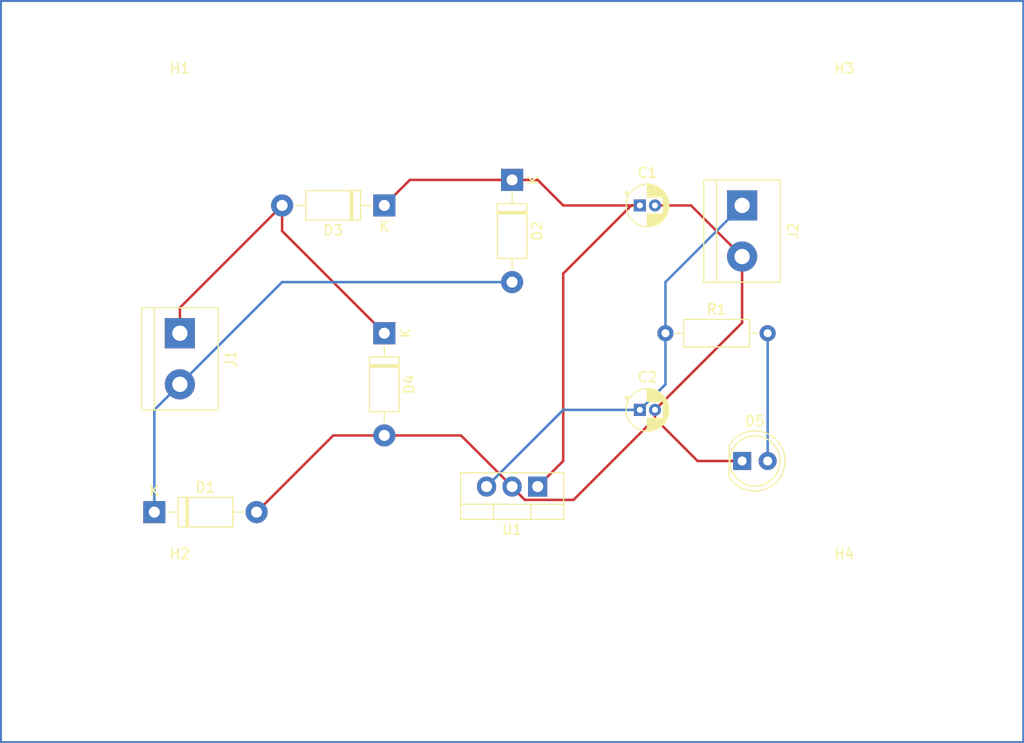
<source format=kicad_pcb>
(kicad_pcb (version 20221018) (generator pcbnew)
  (layers (0 "F.Cu" signal) (31 "B.Cu" signal) (34 "B.Paste" user) (35 "F.Paste" user) (36 "B.SilkS" user "B.Silkscreen") (37 "F.SilkS" user "F.Silkscreen") (38 "B.Mask" user) (39 "F.Mask" user) (44 "Edge.Cuts" user))
  (net 0 "")
  (net 1 "/VI")
  (net 2 "GND")
  (net 3 "/VO")
  (net 4 "Net-(D1-K)")
  (net 5 "Net-(D3-A)")
  (net 6 "Net-(D5-A)")
  (footprint "Diode_THT:D_DO-41_SOD81_P10.16mm_Horizontal" (layer "F.Cu") (at 129.54 83.82 -90)
    (fp_text reference "D4" (at 5.08 -2.47 90) (layer "F.SilkS"))
    (fp_text value "D")
    (fp_text user "K" (at 0 -2.1 90) (layer "F.SilkS"))
    (fp_line (start 1.34 0) (end 2.36 0) (stroke (width 0.12)) (layer "F.SilkS"))
    (fp_line (start 2.36 -1.47) (end 2.36 1.47) (stroke (width 0.12)) (layer "F.SilkS"))
    (fp_line (start 2.36 1.47) (end 7.8 1.47) (stroke (width 0.12)) (layer "F.SilkS"))
    (fp_line (start 3.14 -1.47) (end 3.14 1.47) (stroke (width 0.12)) (layer "F.SilkS"))
    (fp_line (start 3.26 -1.47) (end 3.26 1.47) (stroke (width 0.12)) (layer "F.SilkS"))
    (fp_line (start 3.38 -1.47) (end 3.38 1.47) (stroke (width 0.12)) (layer "F.SilkS"))
    (fp_line (start 7.8 -1.47) (end 2.36 -1.47) (stroke (width 0.12)) (layer "F.SilkS"))
    (fp_line (start 7.8 1.47) (end 7.8 -1.47) (stroke (width 0.12)) (layer "F.SilkS"))
    (fp_line (start 8.82 0) (end 7.8 0) (stroke (width 0.12)) (layer "F.SilkS"))
    (pad "1" thru_hole rect (at 0 0 270) (size 2.2 2.2) (drill 1.1) (layers "*.Cu" "*.Mask") (net 5 "Net-(D3-A)"))
    (pad "2" thru_hole oval (at 10.16 0 270) (size 2.2 2.2) (drill 1.1) (layers "*.Cu" "*.Mask") (net 2 "GND"))
  )
  (footprint "Capacitor_THT:CP_Radial_D4.0mm_P1.50mm" (layer "F.Cu") (at 154.94 71.12)
    (fp_text reference "C1" (at 0.75 -3.25) (layer "F.SilkS"))
    (fp_text value "470uF")
    (fp_line (start -1.519801 -1.195) (end -1.119801 -1.195) (stroke (width 0.12)) (layer "F.SilkS"))
    (fp_line (start -1.319801 -1.395) (end -1.319801 -0.995) (stroke (width 0.12)) (layer "F.SilkS"))
    (fp_line (start 0.75 -2.08) (end 0.75 -0.84) (stroke (width 0.12)) (layer "F.SilkS"))
    (fp_line (start 0.75 0.84) (end 0.75 2.08) (stroke (width 0.12)) (layer "F.SilkS"))
    (fp_line (start 0.79 -2.08) (end 0.79 -0.84) (stroke (width 0.12)) (layer "F.SilkS"))
    (fp_line (start 0.79 0.84) (end 0.79 2.08) (stroke (width 0.12)) (layer "F.SilkS"))
    (fp_line (start 0.83 -2.079) (end 0.83 -0.84) (stroke (width 0.12)) (layer "F.SilkS"))
    (fp_line (start 0.83 0.84) (end 0.83 2.079) (stroke (width 0.12)) (layer "F.SilkS"))
    (fp_line (start 0.87 -2.077) (end 0.87 -0.84) (stroke (width 0.12)) (layer "F.SilkS"))
    (fp_line (start 0.87 0.84) (end 0.87 2.077) (stroke (width 0.12)) (layer "F.SilkS"))
    (fp_line (start 0.91 -2.074) (end 0.91 -0.84) (stroke (width 0.12)) (layer "F.SilkS"))
    (fp_line (start 0.91 0.84) (end 0.91 2.074) (stroke (width 0.12)) (layer "F.SilkS"))
    (fp_line (start 0.95 -2.071) (end 0.95 -0.84) (stroke (width 0.12)) (layer "F.SilkS"))
    (fp_line (start 0.95 0.84) (end 0.95 2.071) (stroke (width 0.12)) (layer "F.SilkS"))
    (fp_line (start 0.99 -2.067) (end 0.99 -0.84) (stroke (width 0.12)) (layer "F.SilkS"))
    (fp_line (start 0.99 0.84) (end 0.99 2.067) (stroke (width 0.12)) (layer "F.SilkS"))
    (fp_line (start 1.03 -2.062) (end 1.03 -0.84) (stroke (width 0.12)) (layer "F.SilkS"))
    (fp_line (start 1.03 0.84) (end 1.03 2.062) (stroke (width 0.12)) (layer "F.SilkS"))
    (fp_line (start 1.07 -2.056) (end 1.07 -0.84) (stroke (width 0.12)) (layer "F.SilkS"))
    (fp_line (start 1.07 0.84) (end 1.07 2.056) (stroke (width 0.12)) (layer "F.SilkS"))
    (fp_line (start 1.11 -2.05) (end 1.11 -0.84) (stroke (width 0.12)) (layer "F.SilkS"))
    (fp_line (start 1.11 0.84) (end 1.11 2.05) (stroke (width 0.12)) (layer "F.SilkS"))
    (fp_line (start 1.15 -2.042) (end 1.15 -0.84) (stroke (width 0.12)) (layer "F.SilkS"))
    (fp_line (start 1.15 0.84) (end 1.15 2.042) (stroke (width 0.12)) (layer "F.SilkS"))
    (fp_line (start 1.19 -2.034) (end 1.19 -0.84) (stroke (width 0.12)) (layer "F.SilkS"))
    (fp_line (start 1.19 0.84) (end 1.19 2.034) (stroke (width 0.12)) (layer "F.SilkS"))
    (fp_line (start 1.23 -2.025) (end 1.23 -0.84) (stroke (width 0.12)) (layer "F.SilkS"))
    (fp_line (start 1.23 0.84) (end 1.23 2.025) (stroke (width 0.12)) (layer "F.SilkS"))
    (fp_line (start 1.27 -2.016) (end 1.27 -0.84) (stroke (width 0.12)) (layer "F.SilkS"))
    (fp_line (start 1.27 0.84) (end 1.27 2.016) (stroke (width 0.12)) (layer "F.SilkS"))
    (fp_line (start 1.31 -2.005) (end 1.31 -0.84) (stroke (width 0.12)) (layer "F.SilkS"))
    (fp_line (start 1.31 0.84) (end 1.31 2.005) (stroke (width 0.12)) (layer "F.SilkS"))
    (fp_line (start 1.35 -1.994) (end 1.35 -0.84) (stroke (width 0.12)) (layer "F.SilkS"))
    (fp_line (start 1.35 0.84) (end 1.35 1.994) (stroke (width 0.12)) (layer "F.SilkS"))
    (fp_line (start 1.39 -1.982) (end 1.39 -0.84) (stroke (width 0.12)) (layer "F.SilkS"))
    (fp_line (start 1.39 0.84) (end 1.39 1.982) (stroke (width 0.12)) (layer "F.SilkS"))
    (fp_line (start 1.43 -1.968) (end 1.43 -0.84) (stroke (width 0.12)) (layer "F.SilkS"))
    (fp_line (start 1.43 0.84) (end 1.43 1.968) (stroke (width 0.12)) (layer "F.SilkS"))
    (fp_line (start 1.471 -1.954) (end 1.471 -0.84) (stroke (width 0.12)) (layer "F.SilkS"))
    (fp_line (start 1.471 0.84) (end 1.471 1.954) (stroke (width 0.12)) (layer "F.SilkS"))
    (fp_line (start 1.511 -1.94) (end 1.511 -0.84) (stroke (width 0.12)) (layer "F.SilkS"))
    (fp_line (start 1.511 0.84) (end 1.511 1.94) (stroke (width 0.12)) (layer "F.SilkS"))
    (fp_line (start 1.551 -1.924) (end 1.551 -0.84) (stroke (width 0.12)) (layer "F.SilkS"))
    (fp_line (start 1.551 0.84) (end 1.551 1.924) (stroke (width 0.12)) (layer "F.SilkS"))
    (fp_line (start 1.591 -1.907) (end 1.591 -0.84) (stroke (width 0.12)) (layer "F.SilkS"))
    (fp_line (start 1.591 0.84) (end 1.591 1.907) (stroke (width 0.12)) (layer "F.SilkS"))
    (fp_line (start 1.631 -1.889) (end 1.631 -0.84) (stroke (width 0.12)) (layer "F.SilkS"))
    (fp_line (start 1.631 0.84) (end 1.631 1.889) (stroke (width 0.12)) (layer "F.SilkS"))
    (fp_line (start 1.671 -1.87) (end 1.671 -0.84) (stroke (width 0.12)) (layer "F.SilkS"))
    (fp_line (start 1.671 0.84) (end 1.671 1.87) (stroke (width 0.12)) (layer "F.SilkS"))
    (fp_line (start 1.711 -1.851) (end 1.711 -0.84) (stroke (width 0.12)) (layer "F.SilkS"))
    (fp_line (start 1.711 0.84) (end 1.711 1.851) (stroke (width 0.12)) (layer "F.SilkS"))
    (fp_line (start 1.751 -1.83) (end 1.751 -0.84) (stroke (width 0.12)) (layer "F.SilkS"))
    (fp_line (start 1.751 0.84) (end 1.751 1.83) (stroke (width 0.12)) (layer "F.SilkS"))
    (fp_line (start 1.791 -1.808) (end 1.791 -0.84) (stroke (width 0.12)) (layer "F.SilkS"))
    (fp_line (start 1.791 0.84) (end 1.791 1.808) (stroke (width 0.12)) (layer "F.SilkS"))
    (fp_line (start 1.831 -1.785) (end 1.831 -0.84) (stroke (width 0.12)) (layer "F.SilkS"))
    (fp_line (start 1.831 0.84) (end 1.831 1.785) (stroke (width 0.12)) (layer "F.SilkS"))
    (fp_line (start 1.871 -1.76) (end 1.871 -0.84) (stroke (width 0.12)) (layer "F.SilkS"))
    (fp_line (start 1.871 0.84) (end 1.871 1.76) (stroke (width 0.12)) (layer "F.SilkS"))
    (fp_line (start 1.911 -1.735) (end 1.911 -0.84) (stroke (width 0.12)) (layer "F.SilkS"))
    (fp_line (start 1.911 0.84) (end 1.911 1.735) (stroke (width 0.12)) (layer "F.SilkS"))
    (fp_line (start 1.951 -1.708) (end 1.951 -0.84) (stroke (width 0.12)) (layer "F.SilkS"))
    (fp_line (start 1.951 0.84) (end 1.951 1.708) (stroke (width 0.12)) (layer "F.SilkS"))
    (fp_line (start 1.991 -1.68) (end 1.991 -0.84) (stroke (width 0.12)) (layer "F.SilkS"))
    (fp_line (start 1.991 0.84) (end 1.991 1.68) (stroke (width 0.12)) (layer "F.SilkS"))
    (fp_line (start 2.031 -1.65) (end 2.031 -0.84) (stroke (width 0.12)) (layer "F.SilkS"))
    (fp_line (start 2.031 0.84) (end 2.031 1.65) (stroke (width 0.12)) (layer "F.SilkS"))
    (fp_line (start 2.071 -1.619) (end 2.071 -0.84) (stroke (width 0.12)) (layer "F.SilkS"))
    (fp_line (start 2.071 0.84) (end 2.071 1.619) (stroke (width 0.12)) (layer "F.SilkS"))
    (fp_line (start 2.111 -1.587) (end 2.111 -0.84) (stroke (width 0.12)) (layer "F.SilkS"))
    (fp_line (start 2.111 0.84) (end 2.111 1.587) (stroke (width 0.12)) (layer "F.SilkS"))
    (fp_line (start 2.151 -1.552) (end 2.151 -0.84) (stroke (width 0.12)) (layer "F.SilkS"))
    (fp_line (start 2.151 0.84) (end 2.151 1.552) (stroke (width 0.12)) (layer "F.SilkS"))
    (fp_line (start 2.191 -1.516) (end 2.191 -0.84) (stroke (width 0.12)) (layer "F.SilkS"))
    (fp_line (start 2.191 0.84) (end 2.191 1.516) (stroke (width 0.12)) (layer "F.SilkS"))
    (fp_line (start 2.231 -1.478) (end 2.231 -0.84) (stroke (width 0.12)) (layer "F.SilkS"))
    (fp_line (start 2.231 0.84) (end 2.231 1.478) (stroke (width 0.12)) (layer "F.SilkS"))
    (fp_line (start 2.271 -1.438) (end 2.271 -0.84) (stroke (width 0.12)) (layer "F.SilkS"))
    (fp_line (start 2.271 0.84) (end 2.271 1.438) (stroke (width 0.12)) (layer "F.SilkS"))
    (fp_line (start 2.311 -1.396) (end 2.311 -0.84) (stroke (width 0.12)) (layer "F.SilkS"))
    (fp_line (start 2.311 0.84) (end 2.311 1.396) (stroke (width 0.12)) (layer "F.SilkS"))
    (fp_line (start 2.351 -1.351) (end 2.351 1.351) (stroke (width 0.12)) (layer "F.SilkS"))
    (fp_line (start 2.391 -1.304) (end 2.391 1.304) (stroke (width 0.12)) (layer "F.SilkS"))
    (fp_line (start 2.431 -1.254) (end 2.431 1.254) (stroke (width 0.12)) (layer "F.SilkS"))
    (fp_line (start 2.471 -1.2) (end 2.471 1.2) (stroke (width 0.12)) (layer "F.SilkS"))
    (fp_line (start 2.511 -1.142) (end 2.511 1.142) (stroke (width 0.12)) (layer "F.SilkS"))
    (fp_line (start 2.551 -1.08) (end 2.551 1.08) (stroke (width 0.12)) (layer "F.SilkS"))
    (fp_line (start 2.591 -1.013) (end 2.591 1.013) (stroke (width 0.12)) (layer "F.SilkS"))
    (fp_line (start 2.631 -0.94) (end 2.631 0.94) (stroke (width 0.12)) (layer "F.SilkS"))
    (fp_line (start 2.671 -0.859) (end 2.671 0.859) (stroke (width 0.12)) (layer "F.SilkS"))
    (fp_line (start 2.711 -0.768) (end 2.711 0.768) (stroke (width 0.12)) (layer "F.SilkS"))
    (fp_line (start 2.751 -0.664) (end 2.751 0.664) (stroke (width 0.12)) (layer "F.SilkS"))
    (fp_line (start 2.791 -0.537) (end 2.791 0.537) (stroke (width 0.12)) (layer "F.SilkS"))
    (fp_line (start 2.831 -0.37) (end 2.831 0.37) (stroke (width 0.12)) (layer "F.SilkS"))
    (fp_circle (center 0.75 0) (end 2.87 0) (stroke (width 0.12)) (fill none) (layer "F.SilkS"))
    (pad "1" thru_hole rect (at 0 0) (size 1.2 1.2) (drill 0.6) (layers "*.Cu" "*.Mask") (net 1 "/VI"))
    (pad "2" thru_hole circle (at 1.5 0) (size 1.2 1.2) (drill 0.6) (layers "*.Cu" "*.Mask") (net 2 "GND"))
  )
  (footprint "Diode_THT:D_DO-41_SOD81_P10.16mm_Horizontal" (layer "F.Cu") (at 129.54 71.12 180)
    (fp_text reference "D3" (at 5.08 -2.47) (layer "F.SilkS"))
    (fp_text value "D")
    (fp_text user "K" (at 0 -2.1) (layer "F.SilkS"))
    (fp_line (start 1.34 0) (end 2.36 0) (stroke (width 0.12)) (layer "F.SilkS"))
    (fp_line (start 2.36 -1.47) (end 2.36 1.47) (stroke (width 0.12)) (layer "F.SilkS"))
    (fp_line (start 2.36 1.47) (end 7.8 1.47) (stroke (width 0.12)) (layer "F.SilkS"))
    (fp_line (start 3.14 -1.47) (end 3.14 1.47) (stroke (width 0.12)) (layer "F.SilkS"))
    (fp_line (start 3.26 -1.47) (end 3.26 1.47) (stroke (width 0.12)) (layer "F.SilkS"))
    (fp_line (start 3.38 -1.47) (end 3.38 1.47) (stroke (width 0.12)) (layer "F.SilkS"))
    (fp_line (start 7.8 -1.47) (end 2.36 -1.47) (stroke (width 0.12)) (layer "F.SilkS"))
    (fp_line (start 7.8 1.47) (end 7.8 -1.47) (stroke (width 0.12)) (layer "F.SilkS"))
    (fp_line (start 8.82 0) (end 7.8 0) (stroke (width 0.12)) (layer "F.SilkS"))
    (pad "1" thru_hole rect (at 0 0 180) (size 2.2 2.2) (drill 1.1) (layers "*.Cu" "*.Mask") (net 1 "/VI"))
    (pad "2" thru_hole oval (at 10.16 0 180) (size 2.2 2.2) (drill 1.1) (layers "*.Cu" "*.Mask") (net 5 "Net-(D3-A)"))
  )
  (footprint "Diode_THT:D_DO-41_SOD81_P10.16mm_Horizontal" (layer "F.Cu") (at 142.24 68.58 -90)
    (fp_text reference "D2" (at 5.08 -2.47 90) (layer "F.SilkS"))
    (fp_text value "D")
    (fp_text user "K" (at 0 -2.1 90) (layer "F.SilkS"))
    (fp_line (start 1.34 0) (end 2.36 0) (stroke (width 0.12)) (layer "F.SilkS"))
    (fp_line (start 2.36 -1.47) (end 2.36 1.47) (stroke (width 0.12)) (layer "F.SilkS"))
    (fp_line (start 2.36 1.47) (end 7.8 1.47) (stroke (width 0.12)) (layer "F.SilkS"))
    (fp_line (start 3.14 -1.47) (end 3.14 1.47) (stroke (width 0.12)) (layer "F.SilkS"))
    (fp_line (start 3.26 -1.47) (end 3.26 1.47) (stroke (width 0.12)) (layer "F.SilkS"))
    (fp_line (start 3.38 -1.47) (end 3.38 1.47) (stroke (width 0.12)) (layer "F.SilkS"))
    (fp_line (start 7.8 -1.47) (end 2.36 -1.47) (stroke (width 0.12)) (layer "F.SilkS"))
    (fp_line (start 7.8 1.47) (end 7.8 -1.47) (stroke (width 0.12)) (layer "F.SilkS"))
    (fp_line (start 8.82 0) (end 7.8 0) (stroke (width 0.12)) (layer "F.SilkS"))
    (pad "1" thru_hole rect (at 0 0 270) (size 2.2 2.2) (drill 1.1) (layers "*.Cu" "*.Mask") (net 1 "/VI"))
    (pad "2" thru_hole oval (at 10.16 0 270) (size 2.2 2.2) (drill 1.1) (layers "*.Cu" "*.Mask") (net 4 "Net-(D1-K)"))
  )
  (footprint "Package_TO_SOT_THT:TO-220-3_Vertical" (layer "F.Cu") (at 144.78 99.06 180)
    (fp_text reference "U1" (at 2.54 -4.27) (layer "F.SilkS"))
    (fp_text value "LM7805_TO220")
    (fp_line (start -2.58 -3.27) (end -2.58 1.371) (stroke (width 0.12)) (layer "F.SilkS"))
    (fp_line (start -2.58 -3.27) (end 7.66 -3.27) (stroke (width 0.12)) (layer "F.SilkS"))
    (fp_line (start -2.58 -1.76) (end 7.66 -1.76) (stroke (width 0.12)) (layer "F.SilkS"))
    (fp_line (start -2.58 1.371) (end 7.66 1.371) (stroke (width 0.12)) (layer "F.SilkS"))
    (fp_line (start 0.69 -3.27) (end 0.69 -1.76) (stroke (width 0.12)) (layer "F.SilkS"))
    (fp_line (start 4.391 -3.27) (end 4.391 -1.76) (stroke (width 0.12)) (layer "F.SilkS"))
    (fp_line (start 7.66 -3.27) (end 7.66 1.371) (stroke (width 0.12)) (layer "F.SilkS"))
    (pad "1" thru_hole rect (at 0 0 180) (size 1.905 2) (drill 1.1) (layers "*.Cu" "*.Mask") (net 1 "/VI"))
    (pad "2" thru_hole oval (at 2.54 0 180) (size 1.905 2) (drill 1.1) (layers "*.Cu" "*.Mask") (net 2 "GND"))
    (pad "3" thru_hole oval (at 5.08 0 180) (size 1.905 2) (drill 1.1) (layers "*.Cu" "*.Mask") (net 3 "/VO"))
  )
  (footprint "TerminalBlock:TerminalBlock_bornier-2_P5.08mm" (layer "F.Cu") (at 109.22 83.82 -90)
    (fp_text reference "J1" (at 2.54 -5.08 90) (layer "F.SilkS"))
    (fp_text value "Screw_Terminal_01x02")
    (fp_line (start -2.54 -3.81) (end -2.54 3.81) (stroke (width 0.12)) (layer "F.SilkS"))
    (fp_line (start -2.54 3.81) (end 7.62 3.81) (stroke (width 0.12)) (layer "F.SilkS"))
    (fp_line (start 7.62 -3.81) (end -2.54 -3.81) (stroke (width 0.12)) (layer "F.SilkS"))
    (fp_line (start 7.62 2.54) (end -2.54 2.54) (stroke (width 0.12)) (layer "F.SilkS"))
    (fp_line (start 7.62 3.81) (end 7.62 -3.81) (stroke (width 0.12)) (layer "F.SilkS"))
    (pad "1" thru_hole rect (at 0 0 270) (size 3 3) (drill 1.52) (layers "*.Cu" "*.Mask") (net 5 "Net-(D3-A)"))
    (pad "2" thru_hole circle (at 5.08 0 270) (size 3 3) (drill 1.52) (layers "*.Cu" "*.Mask") (net 4 "Net-(D1-K)"))
  )
  (footprint "Capacitor_THT:CP_Radial_D4.0mm_P1.50mm" (layer "F.Cu") (at 154.94 91.44)
    (fp_text reference "C2" (at 0.75 -3.25) (layer "F.SilkS"))
    (fp_text value "100uF")
    (fp_line (start -1.519801 -1.195) (end -1.119801 -1.195) (stroke (width 0.12)) (layer "F.SilkS"))
    (fp_line (start -1.319801 -1.395) (end -1.319801 -0.995) (stroke (width 0.12)) (layer "F.SilkS"))
    (fp_line (start 0.75 -2.08) (end 0.75 -0.84) (stroke (width 0.12)) (layer "F.SilkS"))
    (fp_line (start 0.75 0.84) (end 0.75 2.08) (stroke (width 0.12)) (layer "F.SilkS"))
    (fp_line (start 0.79 -2.08) (end 0.79 -0.84) (stroke (width 0.12)) (layer "F.SilkS"))
    (fp_line (start 0.79 0.84) (end 0.79 2.08) (stroke (width 0.12)) (layer "F.SilkS"))
    (fp_line (start 0.83 -2.079) (end 0.83 -0.84) (stroke (width 0.12)) (layer "F.SilkS"))
    (fp_line (start 0.83 0.84) (end 0.83 2.079) (stroke (width 0.12)) (layer "F.SilkS"))
    (fp_line (start 0.87 -2.077) (end 0.87 -0.84) (stroke (width 0.12)) (layer "F.SilkS"))
    (fp_line (start 0.87 0.84) (end 0.87 2.077) (stroke (width 0.12)) (layer "F.SilkS"))
    (fp_line (start 0.91 -2.074) (end 0.91 -0.84) (stroke (width 0.12)) (layer "F.SilkS"))
    (fp_line (start 0.91 0.84) (end 0.91 2.074) (stroke (width 0.12)) (layer "F.SilkS"))
    (fp_line (start 0.95 -2.071) (end 0.95 -0.84) (stroke (width 0.12)) (layer "F.SilkS"))
    (fp_line (start 0.95 0.84) (end 0.95 2.071) (stroke (width 0.12)) (layer "F.SilkS"))
    (fp_line (start 0.99 -2.067) (end 0.99 -0.84) (stroke (width 0.12)) (layer "F.SilkS"))
    (fp_line (start 0.99 0.84) (end 0.99 2.067) (stroke (width 0.12)) (layer "F.SilkS"))
    (fp_line (start 1.03 -2.062) (end 1.03 -0.84) (stroke (width 0.12)) (layer "F.SilkS"))
    (fp_line (start 1.03 0.84) (end 1.03 2.062) (stroke (width 0.12)) (layer "F.SilkS"))
    (fp_line (start 1.07 -2.056) (end 1.07 -0.84) (stroke (width 0.12)) (layer "F.SilkS"))
    (fp_line (start 1.07 0.84) (end 1.07 2.056) (stroke (width 0.12)) (layer "F.SilkS"))
    (fp_line (start 1.11 -2.05) (end 1.11 -0.84) (stroke (width 0.12)) (layer "F.SilkS"))
    (fp_line (start 1.11 0.84) (end 1.11 2.05) (stroke (width 0.12)) (layer "F.SilkS"))
    (fp_line (start 1.15 -2.042) (end 1.15 -0.84) (stroke (width 0.12)) (layer "F.SilkS"))
    (fp_line (start 1.15 0.84) (end 1.15 2.042) (stroke (width 0.12)) (layer "F.SilkS"))
    (fp_line (start 1.19 -2.034) (end 1.19 -0.84) (stroke (width 0.12)) (layer "F.SilkS"))
    (fp_line (start 1.19 0.84) (end 1.19 2.034) (stroke (width 0.12)) (layer "F.SilkS"))
    (fp_line (start 1.23 -2.025) (end 1.23 -0.84) (stroke (width 0.12)) (layer "F.SilkS"))
    (fp_line (start 1.23 0.84) (end 1.23 2.025) (stroke (width 0.12)) (layer "F.SilkS"))
    (fp_line (start 1.27 -2.016) (end 1.27 -0.84) (stroke (width 0.12)) (layer "F.SilkS"))
    (fp_line (start 1.27 0.84) (end 1.27 2.016) (stroke (width 0.12)) (layer "F.SilkS"))
    (fp_line (start 1.31 -2.005) (end 1.31 -0.84) (stroke (width 0.12)) (layer "F.SilkS"))
    (fp_line (start 1.31 0.84) (end 1.31 2.005) (stroke (width 0.12)) (layer "F.SilkS"))
    (fp_line (start 1.35 -1.994) (end 1.35 -0.84) (stroke (width 0.12)) (layer "F.SilkS"))
    (fp_line (start 1.35 0.84) (end 1.35 1.994) (stroke (width 0.12)) (layer "F.SilkS"))
    (fp_line (start 1.39 -1.982) (end 1.39 -0.84) (stroke (width 0.12)) (layer "F.SilkS"))
    (fp_line (start 1.39 0.84) (end 1.39 1.982) (stroke (width 0.12)) (layer "F.SilkS"))
    (fp_line (start 1.43 -1.968) (end 1.43 -0.84) (stroke (width 0.12)) (layer "F.SilkS"))
    (fp_line (start 1.43 0.84) (end 1.43 1.968) (stroke (width 0.12)) (layer "F.SilkS"))
    (fp_line (start 1.471 -1.954) (end 1.471 -0.84) (stroke (width 0.12)) (layer "F.SilkS"))
    (fp_line (start 1.471 0.84) (end 1.471 1.954) (stroke (width 0.12)) (layer "F.SilkS"))
    (fp_line (start 1.511 -1.94) (end 1.511 -0.84) (stroke (width 0.12)) (layer "F.SilkS"))
    (fp_line (start 1.511 0.84) (end 1.511 1.94) (stroke (width 0.12)) (layer "F.SilkS"))
    (fp_line (start 1.551 -1.924) (end 1.551 -0.84) (stroke (width 0.12)) (layer "F.SilkS"))
    (fp_line (start 1.551 0.84) (end 1.551 1.924) (stroke (width 0.12)) (layer "F.SilkS"))
    (fp_line (start 1.591 -1.907) (end 1.591 -0.84) (stroke (width 0.12)) (layer "F.SilkS"))
    (fp_line (start 1.591 0.84) (end 1.591 1.907) (stroke (width 0.12)) (layer "F.SilkS"))
    (fp_line (start 1.631 -1.889) (end 1.631 -0.84) (stroke (width 0.12)) (layer "F.SilkS"))
    (fp_line (start 1.631 0.84) (end 1.631 1.889) (stroke (width 0.12)) (layer "F.SilkS"))
    (fp_line (start 1.671 -1.87) (end 1.671 -0.84) (stroke (width 0.12)) (layer "F.SilkS"))
    (fp_line (start 1.671 0.84) (end 1.671 1.87) (stroke (width 0.12)) (layer "F.SilkS"))
    (fp_line (start 1.711 -1.851) (end 1.711 -0.84) (stroke (width 0.12)) (layer "F.SilkS"))
    (fp_line (start 1.711 0.84) (end 1.711 1.851) (stroke (width 0.12)) (layer "F.SilkS"))
    (fp_line (start 1.751 -1.83) (end 1.751 -0.84) (stroke (width 0.12)) (layer "F.SilkS"))
    (fp_line (start 1.751 0.84) (end 1.751 1.83) (stroke (width 0.12)) (layer "F.SilkS"))
    (fp_line (start 1.791 -1.808) (end 1.791 -0.84) (stroke (width 0.12)) (layer "F.SilkS"))
    (fp_line (start 1.791 0.84) (end 1.791 1.808) (stroke (width 0.12)) (layer "F.SilkS"))
    (fp_line (start 1.831 -1.785) (end 1.831 -0.84) (stroke (width 0.12)) (layer "F.SilkS"))
    (fp_line (start 1.831 0.84) (end 1.831 1.785) (stroke (width 0.12)) (layer "F.SilkS"))
    (fp_line (start 1.871 -1.76) (end 1.871 -0.84) (stroke (width 0.12)) (layer "F.SilkS"))
    (fp_line (start 1.871 0.84) (end 1.871 1.76) (stroke (width 0.12)) (layer "F.SilkS"))
    (fp_line (start 1.911 -1.735) (end 1.911 -0.84) (stroke (width 0.12)) (layer "F.SilkS"))
    (fp_line (start 1.911 0.84) (end 1.911 1.735) (stroke (width 0.12)) (layer "F.SilkS"))
    (fp_line (start 1.951 -1.708) (end 1.951 -0.84) (stroke (width 0.12)) (layer "F.SilkS"))
    (fp_line (start 1.951 0.84) (end 1.951 1.708) (stroke (width 0.12)) (layer "F.SilkS"))
    (fp_line (start 1.991 -1.68) (end 1.991 -0.84) (stroke (width 0.12)) (layer "F.SilkS"))
    (fp_line (start 1.991 0.84) (end 1.991 1.68) (stroke (width 0.12)) (layer "F.SilkS"))
    (fp_line (start 2.031 -1.65) (end 2.031 -0.84) (stroke (width 0.12)) (layer "F.SilkS"))
    (fp_line (start 2.031 0.84) (end 2.031 1.65) (stroke (width 0.12)) (layer "F.SilkS"))
    (fp_line (start 2.071 -1.619) (end 2.071 -0.84) (stroke (width 0.12)) (layer "F.SilkS"))
    (fp_line (start 2.071 0.84) (end 2.071 1.619) (stroke (width 0.12)) (layer "F.SilkS"))
    (fp_line (start 2.111 -1.587) (end 2.111 -0.84) (stroke (width 0.12)) (layer "F.SilkS"))
    (fp_line (start 2.111 0.84) (end 2.111 1.587) (stroke (width 0.12)) (layer "F.SilkS"))
    (fp_line (start 2.151 -1.552) (end 2.151 -0.84) (stroke (width 0.12)) (layer "F.SilkS"))
    (fp_line (start 2.151 0.84) (end 2.151 1.552) (stroke (width 0.12)) (layer "F.SilkS"))
    (fp_line (start 2.191 -1.516) (end 2.191 -0.84) (stroke (width 0.12)) (layer "F.SilkS"))
    (fp_line (start 2.191 0.84) (end 2.191 1.516) (stroke (width 0.12)) (layer "F.SilkS"))
    (fp_line (start 2.231 -1.478) (end 2.231 -0.84) (stroke (width 0.12)) (layer "F.SilkS"))
    (fp_line (start 2.231 0.84) (end 2.231 1.478) (stroke (width 0.12)) (layer "F.SilkS"))
    (fp_line (start 2.271 -1.438) (end 2.271 -0.84) (stroke (width 0.12)) (layer "F.SilkS"))
    (fp_line (start 2.271 0.84) (end 2.271 1.438) (stroke (width 0.12)) (layer "F.SilkS"))
    (fp_line (start 2.311 -1.396) (end 2.311 -0.84) (stroke (width 0.12)) (layer "F.SilkS"))
    (fp_line (start 2.311 0.84) (end 2.311 1.396) (stroke (width 0.12)) (layer "F.SilkS"))
    (fp_line (start 2.351 -1.351) (end 2.351 1.351) (stroke (width 0.12)) (layer "F.SilkS"))
    (fp_line (start 2.391 -1.304) (end 2.391 1.304) (stroke (width 0.12)) (layer "F.SilkS"))
    (fp_line (start 2.431 -1.254) (end 2.431 1.254) (stroke (width 0.12)) (layer "F.SilkS"))
    (fp_line (start 2.471 -1.2) (end 2.471 1.2) (stroke (width 0.12)) (layer "F.SilkS"))
    (fp_line (start 2.511 -1.142) (end 2.511 1.142) (stroke (width 0.12)) (layer "F.SilkS"))
    (fp_line (start 2.551 -1.08) (end 2.551 1.08) (stroke (width 0.12)) (layer "F.SilkS"))
    (fp_line (start 2.591 -1.013) (end 2.591 1.013) (stroke (width 0.12)) (layer "F.SilkS"))
    (fp_line (start 2.631 -0.94) (end 2.631 0.94) (stroke (width 0.12)) (layer "F.SilkS"))
    (fp_line (start 2.671 -0.859) (end 2.671 0.859) (stroke (width 0.12)) (layer "F.SilkS"))
    (fp_line (start 2.711 -0.768) (end 2.711 0.768) (stroke (width 0.12)) (layer "F.SilkS"))
    (fp_line (start 2.751 -0.664) (end 2.751 0.664) (stroke (width 0.12)) (layer "F.SilkS"))
    (fp_line (start 2.791 -0.537) (end 2.791 0.537) (stroke (width 0.12)) (layer "F.SilkS"))
    (fp_line (start 2.831 -0.37) (end 2.831 0.37) (stroke (width 0.12)) (layer "F.SilkS"))
    (fp_circle (center 0.75 0) (end 2.87 0) (stroke (width 0.12)) (fill none) (layer "F.SilkS"))
    (pad "1" thru_hole rect (at 0 0) (size 1.2 1.2) (drill 0.6) (layers "*.Cu" "*.Mask") (net 3 "/VO"))
    (pad "2" thru_hole circle (at 1.5 0) (size 1.2 1.2) (drill 0.6) (layers "*.Cu" "*.Mask") (net 2 "GND"))
  )
  (footprint "TerminalBlock:TerminalBlock_bornier-2_P5.08mm" (layer "F.Cu") (at 165.1 71.12 -90)
    (fp_text reference "J2" (at 2.54 -5.08 90) (layer "F.SilkS"))
    (fp_text value "Screw_Terminal_01x02")
    (fp_line (start -2.54 -3.81) (end -2.54 3.81) (stroke (width 0.12)) (layer "F.SilkS"))
    (fp_line (start -2.54 3.81) (end 7.62 3.81) (stroke (width 0.12)) (layer "F.SilkS"))
    (fp_line (start 7.62 -3.81) (end -2.54 -3.81) (stroke (width 0.12)) (layer "F.SilkS"))
    (fp_line (start 7.62 2.54) (end -2.54 2.54) (stroke (width 0.12)) (layer "F.SilkS"))
    (fp_line (start 7.62 3.81) (end 7.62 -3.81) (stroke (width 0.12)) (layer "F.SilkS"))
    (pad "1" thru_hole rect (at 0 0 270) (size 3 3) (drill 1.52) (layers "*.Cu" "*.Mask") (net 3 "/VO"))
    (pad "2" thru_hole circle (at 5.08 0 270) (size 3 3) (drill 1.52) (layers "*.Cu" "*.Mask") (net 2 "GND"))
  )
  (footprint "Diode_THT:D_DO-41_SOD81_P10.16mm_Horizontal" (layer "F.Cu") (at 106.68 101.6)
    (fp_text reference "D1" (at 5.08 -2.47) (layer "F.SilkS"))
    (fp_text value "D")
    (fp_text user "K" (at 0 -2.1) (layer "F.SilkS"))
    (fp_line (start 1.34 0) (end 2.36 0) (stroke (width 0.12)) (layer "F.SilkS"))
    (fp_line (start 2.36 -1.47) (end 2.36 1.47) (stroke (width 0.12)) (layer "F.SilkS"))
    (fp_line (start 2.36 1.47) (end 7.8 1.47) (stroke (width 0.12)) (layer "F.SilkS"))
    (fp_line (start 3.14 -1.47) (end 3.14 1.47) (stroke (width 0.12)) (layer "F.SilkS"))
    (fp_line (start 3.26 -1.47) (end 3.26 1.47) (stroke (width 0.12)) (layer "F.SilkS"))
    (fp_line (start 3.38 -1.47) (end 3.38 1.47) (stroke (width 0.12)) (layer "F.SilkS"))
    (fp_line (start 7.8 -1.47) (end 2.36 -1.47) (stroke (width 0.12)) (layer "F.SilkS"))
    (fp_line (start 7.8 1.47) (end 7.8 -1.47) (stroke (width 0.12)) (layer "F.SilkS"))
    (fp_line (start 8.82 0) (end 7.8 0) (stroke (width 0.12)) (layer "F.SilkS"))
    (pad "1" thru_hole rect (at 0 0) (size 2.2 2.2) (drill 1.1) (layers "*.Cu" "*.Mask") (net 4 "Net-(D1-K)"))
    (pad "2" thru_hole oval (at 10.16 0) (size 2.2 2.2) (drill 1.1) (layers "*.Cu" "*.Mask") (net 2 "GND"))
  )
  (footprint "MountingHole:MountingHole_5mm" (layer "F.Cu") (at 109.22 111.76)
    (fp_text reference "H2" (at 0 -6) (layer "F.SilkS"))
    (fp_text value "MountingHole")
    (pad "" np_thru_hole circle (at 0 0) (size 5 5) (drill 5) (layers "*.Cu" "*.Mask"))
  )
  (footprint "LED_THT:LED_D5.0mm" (layer "F.Cu") (at 165.1 96.52)
    (fp_text reference "D5" (at 1.27 -3.96) (layer "F.SilkS"))
    (fp_text value "LED")
    (fp_line (start -1.29 -1.545) (end -1.29 1.545) (stroke (width 0.12)) (layer "F.SilkS"))
    (fp_arc (start -1.29 -1.54483) (mid 2.072002 -2.880433) (end 4.26 0.000462) (stroke (width 0.12)) (layer "F.SilkS"))
    (fp_arc (start 4.26 -0.000462) (mid 2.072002 2.880433) (end -1.29 1.54483) (stroke (width 0.12)) (layer "F.SilkS"))
    (fp_circle (center 1.27 0) (end 3.77 0) (stroke (width 0.12)) (fill none) (layer "F.SilkS"))
    (pad "1" thru_hole rect (at 0 0) (size 1.8 1.8) (drill 0.9) (layers "*.Cu" "*.Mask") (net 2 "GND"))
    (pad "2" thru_hole circle (at 2.54 0) (size 1.8 1.8) (drill 0.9) (layers "*.Cu" "*.Mask") (net 6 "Net-(D5-A)"))
  )
  (footprint "MountingHole:MountingHole_5mm" (layer "F.Cu") (at 109.22 63.5)
    (fp_text reference "H1" (at 0 -6) (layer "F.SilkS"))
    (fp_text value "MountingHole")
    (pad "" np_thru_hole circle (at 0 0) (size 5 5) (drill 5) (layers "*.Cu" "*.Mask"))
  )
  (footprint "MountingHole:MountingHole_5mm" (layer "F.Cu") (at 175.26 63.5)
    (fp_text reference "H3" (at 0 -6) (layer "F.SilkS"))
    (fp_text value "MountingHole")
    (pad "" np_thru_hole circle (at 0 0) (size 5 5) (drill 5) (layers "*.Cu" "*.Mask"))
  )
  (footprint "Resistor_THT:R_Axial_DIN0207_L6.3mm_D2.5mm_P10.16mm_Horizontal" (layer "F.Cu") (at 157.48 83.82)
    (fp_text reference "R1" (at 5.08 -2.37) (layer "F.SilkS"))
    (fp_text value "1k")
    (fp_line (start 1.04 0) (end 1.81 0) (stroke (width 0.12)) (layer "F.SilkS"))
    (fp_line (start 1.81 -1.37) (end 1.81 1.37) (stroke (width 0.12)) (layer "F.SilkS"))
    (fp_line (start 1.81 1.37) (end 8.35 1.37) (stroke (width 0.12)) (layer "F.SilkS"))
    (fp_line (start 8.35 -1.37) (end 1.81 -1.37) (stroke (width 0.12)) (layer "F.SilkS"))
    (fp_line (start 8.35 1.37) (end 8.35 -1.37) (stroke (width 0.12)) (layer "F.SilkS"))
    (fp_line (start 9.12 0) (end 8.35 0) (stroke (width 0.12)) (layer "F.SilkS"))
    (pad "1" thru_hole circle (at 0 0) (size 1.6 1.6) (drill 0.8) (layers "*.Cu" "*.Mask") (net 3 "/VO"))
    (pad "2" thru_hole oval (at 10.16 0) (size 1.6 1.6) (drill 0.8) (layers "*.Cu" "*.Mask") (net 6 "Net-(D5-A)"))
  )
  (footprint "MountingHole:MountingHole_5mm" (layer "F.Cu") (at 175.26 111.76)
    (fp_text reference "H4" (at 0 -6) (layer "F.SilkS"))
    (fp_text value "MountingHole")
    (pad "" np_thru_hole circle (at 0 0) (size 5 5) (drill 5) (layers "*.Cu" "*.Mask"))
  )
  (gr_line (start 91.44 50.8) (end 91.44 124.46) (stroke (width 0.2)) (layer "B.Cu"))
  (gr_line (start 193.04 124.46) (end 193.04 50.8) (stroke (width 0.2)) (layer "B.Cu"))
  (gr_line (start 193.04 50.8) (end 91.44 50.8) (stroke (width 0.2)) (layer "B.Cu"))
  (gr_line (start 91.44 124.46) (end 193.04 124.46) (stroke (width 0.2)) (layer "B.Cu"))
  (segment (start 147.32 71.12) (end 144.78 68.58) (width 0.25) (layer "F.Cu") (net 1))
  (segment (start 154.09 71.12) (end 147.32 77.89) (width 0.25) (layer "F.Cu") (net 1))
  (segment (start 147.32 96.52) (end 144.78 99.06) (width 0.25) (layer "F.Cu") (net 1))
  (segment (start 144.78 68.58) (end 132.08 68.58) (width 0.25) (layer "F.Cu") (net 1))
  (segment (start 154.94 71.12) (end 147.32 71.12) (width 0.25) (layer "F.Cu") (net 1))
  (segment (start 147.32 77.89) (end 147.32 96.52) (width 0.25) (layer "F.Cu") (net 1))
  (segment (start 132.08 68.58) (end 129.54 71.12) (width 0.25) (layer "F.Cu") (net 1))
  (segment (start 154.94 71.12) (end 154.09 71.12) (width 0.25) (layer "F.Cu") (net 1))
  (segment (start 156.44 92.288528) (end 148.343528 100.385) (width 0.25) (layer "F.Cu") (net 2))
  (segment (start 148.343528 100.385) (end 143.5025 100.385) (width 0.25) (layer "F.Cu") (net 2))
  (segment (start 137.16 93.98) (end 142.24 99.06) (width 0.25) (layer "F.Cu") (net 2))
  (segment (start 165.1 76.2) (end 165.1 82.78) (width 0.25) (layer "F.Cu") (net 2))
  (segment (start 165.1 82.78) (end 156.44 91.44) (width 0.25) (layer "F.Cu") (net 2))
  (segment (start 165.1 76.2) (end 160.02 71.12) (width 0.25) (layer "F.Cu") (net 2))
  (segment (start 142.24 99.1225) (end 142.24 99.06) (width 0.25) (layer "F.Cu") (net 2))
  (segment (start 156.44 92.288528) (end 160.671472 96.52) (width 0.25) (layer "F.Cu") (net 2))
  (segment (start 143.5025 100.385) (end 142.24 99.1225) (width 0.25) (layer "F.Cu") (net 2))
  (segment (start 129.54 93.98) (end 124.46 93.98) (width 0.25) (layer "F.Cu") (net 2))
  (segment (start 124.46 93.98) (end 116.84 101.6) (width 0.25) (layer "F.Cu") (net 2))
  (segment (start 160.02 71.12) (end 156.44 71.12) (width 0.25) (layer "F.Cu") (net 2))
  (segment (start 156.44 91.44) (end 156.44 92.288528) (width 0.25) (layer "F.Cu") (net 2))
  (segment (start 160.671472 96.52) (end 165.1 96.52) (width 0.25) (layer "F.Cu") (net 2))
  (segment (start 129.54 93.98) (end 137.16 93.98) (width 0.25) (layer "F.Cu") (net 2))
  (segment (start 157.48 83.82) (end 157.48 88.9) (width 0.25) (layer "B.Cu") (net 3))
  (segment (start 157.48 88.9) (end 154.94 91.44) (width 0.25) (layer "B.Cu") (net 3))
  (segment (start 154.94 91.44) (end 147.32 91.44) (width 0.25) (layer "B.Cu") (net 3))
  (segment (start 147.32 91.44) (end 139.7 99.06) (width 0.25) (layer "B.Cu") (net 3))
  (segment (start 165.1 71.12) (end 157.48 78.74) (width 0.25) (layer "B.Cu") (net 3))
  (segment (start 157.48 78.74) (end 157.48 83.82) (width 0.25) (layer "B.Cu") (net 3))
  (segment (start 119.38 78.74) (end 109.22 88.9) (width 0.25) (layer "B.Cu") (net 4))
  (segment (start 106.68 91.44) (end 106.68 101.6) (width 0.25) (layer "B.Cu") (net 4))
  (segment (start 109.22 88.9) (end 106.68 91.44) (width 0.25) (layer "B.Cu") (net 4))
  (segment (start 142.24 78.74) (end 119.38 78.74) (width 0.25) (layer "B.Cu") (net 4))
  (segment (start 109.22 83.82) (end 109.22 81.28) (width 0.25) (layer "F.Cu") (net 5))
  (segment (start 109.22 81.28) (end 119.38 71.12) (width 0.25) (layer "F.Cu") (net 5))
  (segment (start 119.38 71.12) (end 119.38 73.66) (width 0.25) (layer "F.Cu") (net 5))
  (segment (start 119.38 73.66) (end 129.54 83.82) (width 0.25) (layer "F.Cu") (net 5))
  (segment (start 167.64 96.52) (end 167.64 83.82) (width 0.25) (layer "B.Cu") (net 6))
)
</source>
